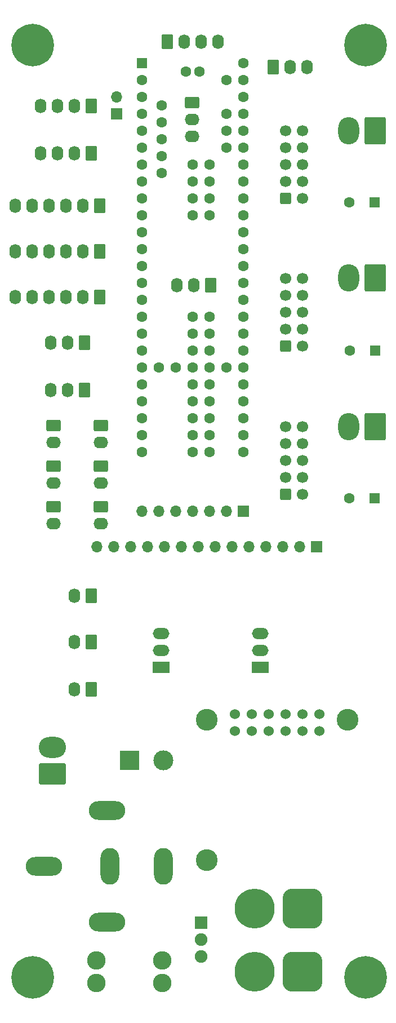
<source format=gbr>
%TF.GenerationSoftware,KiCad,Pcbnew,(6.0.2)*%
%TF.CreationDate,2022-07-06T01:18:05+02:00*%
%TF.ProjectId,MainBoard-2023,4d61696e-426f-4617-9264-2d323032332e,rev?*%
%TF.SameCoordinates,Original*%
%TF.FileFunction,Soldermask,Bot*%
%TF.FilePolarity,Negative*%
%FSLAX46Y46*%
G04 Gerber Fmt 4.6, Leading zero omitted, Abs format (unit mm)*
G04 Created by KiCad (PCBNEW (6.0.2)) date 2022-07-06 01:18:05*
%MOMM*%
%LPD*%
G01*
G04 APERTURE LIST*
G04 Aperture macros list*
%AMRoundRect*
0 Rectangle with rounded corners*
0 $1 Rounding radius*
0 $2 $3 $4 $5 $6 $7 $8 $9 X,Y pos of 4 corners*
0 Add a 4 corners polygon primitive as box body*
4,1,4,$2,$3,$4,$5,$6,$7,$8,$9,$2,$3,0*
0 Add four circle primitives for the rounded corners*
1,1,$1+$1,$2,$3*
1,1,$1+$1,$4,$5*
1,1,$1+$1,$6,$7*
1,1,$1+$1,$8,$9*
0 Add four rect primitives between the rounded corners*
20,1,$1+$1,$2,$3,$4,$5,0*
20,1,$1+$1,$4,$5,$6,$7,0*
20,1,$1+$1,$6,$7,$8,$9,0*
20,1,$1+$1,$8,$9,$2,$3,0*%
G04 Aperture macros list end*
%ADD10RoundRect,0.250000X-0.845000X0.620000X-0.845000X-0.620000X0.845000X-0.620000X0.845000X0.620000X0*%
%ADD11O,2.190000X1.740000*%
%ADD12O,1.740000X2.190000*%
%ADD13RoundRect,0.250000X0.620000X0.845000X-0.620000X0.845000X-0.620000X-0.845000X0.620000X-0.845000X0*%
%ADD14R,1.700000X1.700000*%
%ADD15O,1.700000X1.700000*%
%ADD16R,1.600000X1.600000*%
%ADD17C,1.600000*%
%ADD18C,0.800000*%
%ADD19C,6.400000*%
%ADD20C,2.780000*%
%ADD21R,1.910000X1.910000*%
%ADD22C,1.910000*%
%ADD23RoundRect,0.250000X-0.620000X-0.845000X0.620000X-0.845000X0.620000X0.845000X-0.620000X0.845000X0*%
%ADD24R,2.500000X1.700000*%
%ADD25O,2.500000X1.700000*%
%ADD26RoundRect,1.400000X-1.350000X0.000000X1.350000X0.000000X1.350000X0.000000X-1.350000X0.000000X0*%
%ADD27RoundRect,1.400000X0.000000X-1.350000X0.000000X-1.350000X0.000000X1.350000X0.000000X1.350000X0*%
%ADD28RoundRect,0.250000X1.330000X1.800000X-1.330000X1.800000X-1.330000X-1.800000X1.330000X-1.800000X0*%
%ADD29O,3.160000X4.100000*%
%ADD30R,3.000000X3.000000*%
%ADD31C,3.000000*%
%ADD32RoundRect,0.250000X-0.600000X-0.600000X0.600000X-0.600000X0.600000X0.600000X-0.600000X0.600000X0*%
%ADD33C,1.700000*%
%ADD34RoundRect,1.500000X1.500000X1.500000X-1.500000X1.500000X-1.500000X-1.500000X1.500000X-1.500000X0*%
%ADD35C,6.000000*%
%ADD36C,1.530000*%
%ADD37C,3.270000*%
%ADD38RoundRect,0.250000X1.800000X-1.330000X1.800000X1.330000X-1.800000X1.330000X-1.800000X-1.330000X0*%
%ADD39O,4.100000X3.160000*%
G04 APERTURE END LIST*
D10*
%TO.C,J15*%
X119888000Y-39624000D03*
D11*
X119888000Y-42164000D03*
X119888000Y-44704000D03*
%TD*%
D10*
%TO.C,J38*%
X106172000Y-100330000D03*
D11*
X106172000Y-102870000D03*
%TD*%
D12*
%TO.C,J14*%
X117602000Y-67056000D03*
X120142000Y-67056000D03*
D13*
X122682000Y-67056000D03*
%TD*%
D12*
%TO.C,J13*%
X98679000Y-75692000D03*
X101219000Y-75692000D03*
D13*
X103759000Y-75692000D03*
%TD*%
D12*
%TO.C,J11*%
X98679000Y-82804000D03*
X101219000Y-82804000D03*
D13*
X103759000Y-82804000D03*
%TD*%
D14*
%TO.C,J10*%
X138674000Y-106299000D03*
D15*
X136134000Y-106299000D03*
X133594000Y-106299000D03*
X131054000Y-106299000D03*
X128514000Y-106299000D03*
X125974000Y-106299000D03*
X123434000Y-106299000D03*
X120894000Y-106299000D03*
X118354000Y-106299000D03*
X115814000Y-106299000D03*
X113274000Y-106299000D03*
X110734000Y-106299000D03*
X108194000Y-106299000D03*
X105654000Y-106299000D03*
%TD*%
D16*
%TO.C,C3*%
X147320000Y-99060000D03*
D17*
X143520000Y-99060000D03*
%TD*%
D14*
%TO.C,J8*%
X108585000Y-41275000D03*
D15*
X108585000Y-38735000D03*
%TD*%
D18*
%TO.C,H4*%
X93600000Y-171000000D03*
X96000000Y-173400000D03*
X97697056Y-172697056D03*
D19*
X96000000Y-171000000D03*
D18*
X96000000Y-168600000D03*
X94302944Y-169302944D03*
X94302944Y-172697056D03*
X97697056Y-169302944D03*
X98400000Y-171000000D03*
%TD*%
D16*
%TO.C,C6*%
X147320000Y-54610000D03*
D17*
X143520000Y-54610000D03*
%TD*%
D18*
%TO.C,H3*%
X146000000Y-168600000D03*
X144302944Y-172697056D03*
X146000000Y-173400000D03*
X143600000Y-171000000D03*
X147697056Y-172697056D03*
X144302944Y-169302944D03*
D19*
X146000000Y-171000000D03*
D18*
X148400000Y-171000000D03*
X147697056Y-169302944D03*
%TD*%
%TO.C,H2*%
X143600000Y-31000000D03*
D19*
X146000000Y-31000000D03*
D18*
X148400000Y-31000000D03*
X144302944Y-32697056D03*
X147697056Y-29302944D03*
X146000000Y-28600000D03*
X147697056Y-32697056D03*
X146000000Y-33400000D03*
X144302944Y-29302944D03*
%TD*%
D14*
%TO.C,J24*%
X127615000Y-100990000D03*
D15*
X125075000Y-100990000D03*
X122535000Y-100990000D03*
X119995000Y-100990000D03*
X117455000Y-100990000D03*
X114915000Y-100990000D03*
X112375000Y-100990000D03*
%TD*%
D16*
%TO.C,U1*%
X112395000Y-33655000D03*
D17*
X112395000Y-36195000D03*
X112395000Y-38735000D03*
X112395000Y-41275000D03*
X112395000Y-43815000D03*
X112395000Y-46355000D03*
X112395000Y-48895000D03*
X112395000Y-51435000D03*
X112395000Y-53975000D03*
X112395000Y-56515000D03*
X112395000Y-59055000D03*
X112395000Y-61595000D03*
X112395000Y-64135000D03*
X112395000Y-66675000D03*
X112395000Y-69215000D03*
X112395000Y-71755000D03*
X112395000Y-74295000D03*
X112395000Y-76835000D03*
X112395000Y-79375000D03*
X112395000Y-81915000D03*
X112395000Y-84455000D03*
X112395000Y-86995000D03*
X112395000Y-89535000D03*
X112395000Y-92075000D03*
X114935000Y-79375000D03*
X117475000Y-79375000D03*
X120015000Y-79375000D03*
X122555000Y-79375000D03*
X125095000Y-79375000D03*
X127635000Y-92075000D03*
X127635000Y-89535000D03*
X127635000Y-86995000D03*
X127635000Y-84455000D03*
X127635000Y-81915000D03*
X127635000Y-79375000D03*
X127635000Y-76835000D03*
X127635000Y-74295000D03*
X127635000Y-71755000D03*
X127635000Y-69215000D03*
X127635000Y-66675000D03*
X127635000Y-64135000D03*
X127635000Y-61595000D03*
X127635000Y-59055000D03*
X127635000Y-56515000D03*
X127635000Y-53975000D03*
X127635000Y-51435000D03*
X127635000Y-48895000D03*
X127635000Y-46355000D03*
X127635000Y-43815000D03*
X127635000Y-41275000D03*
X127635000Y-38735000D03*
X127635000Y-36195000D03*
X127635000Y-33655000D03*
X125095000Y-36195000D03*
X125095000Y-41275000D03*
X125095000Y-43815000D03*
X125095000Y-46355000D03*
X115395000Y-40005000D03*
X115395000Y-42545000D03*
X115395000Y-45085000D03*
X115395000Y-47625000D03*
X115395000Y-50165000D03*
X120015000Y-48895000D03*
X120015000Y-51435000D03*
X120015000Y-53975000D03*
X120015000Y-56515000D03*
X120015000Y-71755000D03*
X120015000Y-74295000D03*
X120015000Y-76835000D03*
X120015000Y-81915000D03*
X120015000Y-84455000D03*
X120015000Y-86995000D03*
X120015000Y-89535000D03*
X120015000Y-92075000D03*
X122555000Y-92075000D03*
X122555000Y-89535000D03*
X122555000Y-86995000D03*
X122555000Y-84455000D03*
X122555000Y-81915000D03*
X122555000Y-76835000D03*
X122555000Y-74295000D03*
X122555000Y-71755000D03*
X122555000Y-56515000D03*
X122555000Y-53975000D03*
X122555000Y-51435000D03*
X122555000Y-48895000D03*
X121025000Y-34925000D03*
X119005000Y-34925000D03*
%TD*%
D20*
%TO.C,F2*%
X115450000Y-171880000D03*
X115450000Y-168480000D03*
X105530000Y-171880000D03*
X105530000Y-168480000D03*
%TD*%
D18*
%TO.C,H1*%
X93600000Y-31000000D03*
X96000000Y-28600000D03*
X97697056Y-29302944D03*
X94302944Y-29302944D03*
X97697056Y-32697056D03*
D19*
X96000000Y-31000000D03*
D18*
X94302944Y-32697056D03*
X98400000Y-31000000D03*
X96000000Y-33400000D03*
%TD*%
D16*
%TO.C,C4*%
X147447000Y-76835000D03*
D17*
X143647000Y-76835000D03*
%TD*%
D21*
%TO.C,D10*%
X121285000Y-162804000D03*
D22*
X121285000Y-165354000D03*
X121285000Y-167904000D03*
%TD*%
D13*
%TO.C,J5*%
X106045000Y-55118000D03*
D12*
X103505000Y-55118000D03*
X100965000Y-55118000D03*
X98425000Y-55118000D03*
X95885000Y-55118000D03*
X93345000Y-55118000D03*
%TD*%
D10*
%TO.C,J37*%
X106172000Y-94234000D03*
D11*
X106172000Y-96774000D03*
%TD*%
D10*
%TO.C,J32*%
X106172000Y-88138000D03*
D11*
X106172000Y-90678000D03*
%TD*%
D23*
%TO.C,J30*%
X132080000Y-34270000D03*
D12*
X134620000Y-34270000D03*
X137160000Y-34270000D03*
%TD*%
D13*
%TO.C,J22*%
X104775000Y-40132000D03*
D12*
X102235000Y-40132000D03*
X99695000Y-40132000D03*
X97155000Y-40132000D03*
%TD*%
D24*
%TO.C,U4*%
X115267500Y-124420000D03*
D25*
X115267500Y-121880000D03*
X115267500Y-119340000D03*
%TD*%
D23*
%TO.C,J12*%
X116205000Y-30460000D03*
D12*
X118745000Y-30460000D03*
X121285000Y-30460000D03*
X123825000Y-30460000D03*
%TD*%
D26*
%TO.C,K1*%
X97670000Y-154305000D03*
X107170000Y-162705000D03*
X107170000Y-145905000D03*
D27*
X115570000Y-154305000D03*
X107570000Y-154305000D03*
%TD*%
D28*
%TO.C,J27*%
X147447000Y-65913000D03*
D29*
X143487000Y-65913000D03*
%TD*%
D10*
%TO.C,J39*%
X99060000Y-100330000D03*
D11*
X99060000Y-102870000D03*
%TD*%
D30*
%TO.C,J7*%
X110570000Y-138430000D03*
D31*
X115570000Y-138430000D03*
%TD*%
D28*
%TO.C,J20*%
X147447000Y-43815000D03*
D29*
X143487000Y-43815000D03*
%TD*%
D32*
%TO.C,C_Act2*%
X133985000Y-76200000D03*
D33*
X136525000Y-76200000D03*
X133985000Y-73660000D03*
X136525000Y-73660000D03*
X133985000Y-71120000D03*
X136525000Y-71120000D03*
X133985000Y-68580000D03*
X136525000Y-68580000D03*
X133985000Y-66040000D03*
X136525000Y-66040000D03*
%TD*%
D13*
%TO.C,J29*%
X104775000Y-113665000D03*
D12*
X102235000Y-113665000D03*
%TD*%
D34*
%TO.C,J1*%
X136525000Y-160655000D03*
D35*
X129325000Y-160655000D03*
%TD*%
D32*
%TO.C,C_Act1*%
X133985000Y-53975000D03*
D33*
X136525000Y-53975000D03*
X133985000Y-51435000D03*
X136525000Y-51435000D03*
X133985000Y-48895000D03*
X136525000Y-48895000D03*
X133985000Y-46355000D03*
X136525000Y-46355000D03*
X133985000Y-43815000D03*
X136525000Y-43815000D03*
%TD*%
D13*
%TO.C,J28*%
X104775000Y-127762000D03*
D12*
X102235000Y-127762000D03*
%TD*%
D24*
%TO.C,U2*%
X130175000Y-124420000D03*
D25*
X130175000Y-121880000D03*
X130175000Y-119340000D03*
%TD*%
D13*
%TO.C,J3*%
X106045000Y-61976000D03*
D12*
X103505000Y-61976000D03*
X100965000Y-61976000D03*
X98425000Y-61976000D03*
X95885000Y-61976000D03*
X93345000Y-61976000D03*
%TD*%
D13*
%TO.C,J2*%
X104775000Y-47244000D03*
D12*
X102235000Y-47244000D03*
X99695000Y-47244000D03*
X97155000Y-47244000D03*
%TD*%
D34*
%TO.C,J9*%
X136525000Y-170180000D03*
D35*
X129325000Y-170180000D03*
%TD*%
D36*
%TO.C,PS1*%
X139065000Y-131445000D03*
X139065000Y-133985000D03*
X136525000Y-131445000D03*
X136525000Y-133985000D03*
X133985000Y-131445000D03*
X133985000Y-133985000D03*
X131445000Y-131445000D03*
X131445000Y-133985000D03*
X128905000Y-131445000D03*
X128905000Y-133985000D03*
X126365000Y-131445000D03*
X126365000Y-133985000D03*
D37*
X143265000Y-132275000D03*
X122165000Y-132275000D03*
X122165000Y-153375000D03*
%TD*%
D13*
%TO.C,J6*%
X106045000Y-68834000D03*
D12*
X103505000Y-68834000D03*
X100965000Y-68834000D03*
X98425000Y-68834000D03*
X95885000Y-68834000D03*
X93345000Y-68834000D03*
%TD*%
D13*
%TO.C,J23*%
X104775000Y-120650000D03*
D12*
X102235000Y-120650000D03*
%TD*%
D10*
%TO.C,J4*%
X99060000Y-88138000D03*
D11*
X99060000Y-90678000D03*
%TD*%
D38*
%TO.C,J21*%
X98955000Y-140410000D03*
D39*
X98955000Y-136450000D03*
%TD*%
D32*
%TO.C,C_Act3*%
X133985000Y-98425000D03*
D33*
X136525000Y-98425000D03*
X133985000Y-95885000D03*
X136525000Y-95885000D03*
X133985000Y-93345000D03*
X136525000Y-93345000D03*
X133985000Y-90805000D03*
X136525000Y-90805000D03*
X133985000Y-88265000D03*
X136525000Y-88265000D03*
%TD*%
D10*
%TO.C,J40*%
X99060000Y-94234000D03*
D11*
X99060000Y-96774000D03*
%TD*%
D29*
%TO.C,J26*%
X143487000Y-88265000D03*
D28*
X147447000Y-88265000D03*
%TD*%
M02*

</source>
